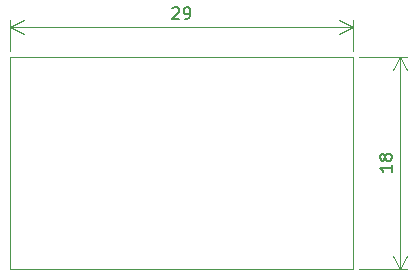
<source format=gbr>
%TF.GenerationSoftware,KiCad,Pcbnew,9.0.0*%
%TF.CreationDate,2025-03-22T17:47:38+01:00*%
%TF.ProjectId,FanControles,46616e43-6f6e-4747-926f-6c65732e6b69,rev?*%
%TF.SameCoordinates,Original*%
%TF.FileFunction,Profile,NP*%
%FSLAX46Y46*%
G04 Gerber Fmt 4.6, Leading zero omitted, Abs format (unit mm)*
G04 Created by KiCad (PCBNEW 9.0.0) date 2025-03-22 17:47:38*
%MOMM*%
%LPD*%
G01*
G04 APERTURE LIST*
%TA.AperFunction,Profile*%
%ADD10C,0.050000*%
%TD*%
%ADD11C,0.150000*%
G04 APERTURE END LIST*
D10*
X162500000Y-94500000D02*
X133500000Y-94500000D01*
X133500000Y-76500000D02*
X162500000Y-76500000D01*
X133500000Y-94500000D02*
X133500000Y-76500000D01*
X162500000Y-76500000D02*
X162500000Y-94500000D01*
D11*
X147238095Y-72400057D02*
X147285714Y-72352438D01*
X147285714Y-72352438D02*
X147380952Y-72304819D01*
X147380952Y-72304819D02*
X147619047Y-72304819D01*
X147619047Y-72304819D02*
X147714285Y-72352438D01*
X147714285Y-72352438D02*
X147761904Y-72400057D01*
X147761904Y-72400057D02*
X147809523Y-72495295D01*
X147809523Y-72495295D02*
X147809523Y-72590533D01*
X147809523Y-72590533D02*
X147761904Y-72733390D01*
X147761904Y-72733390D02*
X147190476Y-73304819D01*
X147190476Y-73304819D02*
X147809523Y-73304819D01*
X148285714Y-73304819D02*
X148476190Y-73304819D01*
X148476190Y-73304819D02*
X148571428Y-73257200D01*
X148571428Y-73257200D02*
X148619047Y-73209580D01*
X148619047Y-73209580D02*
X148714285Y-73066723D01*
X148714285Y-73066723D02*
X148761904Y-72876247D01*
X148761904Y-72876247D02*
X148761904Y-72495295D01*
X148761904Y-72495295D02*
X148714285Y-72400057D01*
X148714285Y-72400057D02*
X148666666Y-72352438D01*
X148666666Y-72352438D02*
X148571428Y-72304819D01*
X148571428Y-72304819D02*
X148380952Y-72304819D01*
X148380952Y-72304819D02*
X148285714Y-72352438D01*
X148285714Y-72352438D02*
X148238095Y-72400057D01*
X148238095Y-72400057D02*
X148190476Y-72495295D01*
X148190476Y-72495295D02*
X148190476Y-72733390D01*
X148190476Y-72733390D02*
X148238095Y-72828628D01*
X148238095Y-72828628D02*
X148285714Y-72876247D01*
X148285714Y-72876247D02*
X148380952Y-72923866D01*
X148380952Y-72923866D02*
X148571428Y-72923866D01*
X148571428Y-72923866D02*
X148666666Y-72876247D01*
X148666666Y-72876247D02*
X148714285Y-72828628D01*
X148714285Y-72828628D02*
X148761904Y-72733390D01*
D10*
X162500000Y-76000000D02*
X162500000Y-73413580D01*
X133500000Y-73413580D02*
X133500000Y-76000000D01*
X162500000Y-74000000D02*
X133500000Y-74000000D01*
X162500000Y-74000000D02*
X133500000Y-74000000D01*
X162500000Y-74000000D02*
X161373496Y-74586421D01*
X162500000Y-74000000D02*
X161373496Y-73413579D01*
X133500000Y-74000000D02*
X134626504Y-73413579D01*
X133500000Y-74000000D02*
X134626504Y-74586421D01*
X162500000Y-74000000D02*
X133500000Y-74000000D01*
X162500000Y-74000000D02*
X133500000Y-74000000D01*
X162500000Y-74000000D02*
X161373496Y-74586421D01*
X162500000Y-74000000D02*
X161373496Y-73413579D01*
X133500000Y-74000000D02*
X134626504Y-73413579D01*
X133500000Y-74000000D02*
X134626504Y-74586421D01*
D11*
X165804819Y-85690476D02*
X165804819Y-86261904D01*
X165804819Y-85976190D02*
X164804819Y-85976190D01*
X164804819Y-85976190D02*
X164947676Y-86071428D01*
X164947676Y-86071428D02*
X165042914Y-86166666D01*
X165042914Y-86166666D02*
X165090533Y-86261904D01*
X165233390Y-85119047D02*
X165185771Y-85214285D01*
X165185771Y-85214285D02*
X165138152Y-85261904D01*
X165138152Y-85261904D02*
X165042914Y-85309523D01*
X165042914Y-85309523D02*
X164995295Y-85309523D01*
X164995295Y-85309523D02*
X164900057Y-85261904D01*
X164900057Y-85261904D02*
X164852438Y-85214285D01*
X164852438Y-85214285D02*
X164804819Y-85119047D01*
X164804819Y-85119047D02*
X164804819Y-84928571D01*
X164804819Y-84928571D02*
X164852438Y-84833333D01*
X164852438Y-84833333D02*
X164900057Y-84785714D01*
X164900057Y-84785714D02*
X164995295Y-84738095D01*
X164995295Y-84738095D02*
X165042914Y-84738095D01*
X165042914Y-84738095D02*
X165138152Y-84785714D01*
X165138152Y-84785714D02*
X165185771Y-84833333D01*
X165185771Y-84833333D02*
X165233390Y-84928571D01*
X165233390Y-84928571D02*
X165233390Y-85119047D01*
X165233390Y-85119047D02*
X165281009Y-85214285D01*
X165281009Y-85214285D02*
X165328628Y-85261904D01*
X165328628Y-85261904D02*
X165423866Y-85309523D01*
X165423866Y-85309523D02*
X165614342Y-85309523D01*
X165614342Y-85309523D02*
X165709580Y-85261904D01*
X165709580Y-85261904D02*
X165757200Y-85214285D01*
X165757200Y-85214285D02*
X165804819Y-85119047D01*
X165804819Y-85119047D02*
X165804819Y-84928571D01*
X165804819Y-84928571D02*
X165757200Y-84833333D01*
X165757200Y-84833333D02*
X165709580Y-84785714D01*
X165709580Y-84785714D02*
X165614342Y-84738095D01*
X165614342Y-84738095D02*
X165423866Y-84738095D01*
X165423866Y-84738095D02*
X165328628Y-84785714D01*
X165328628Y-84785714D02*
X165281009Y-84833333D01*
X165281009Y-84833333D02*
X165233390Y-84928571D01*
D10*
X163000000Y-94500000D02*
X167086420Y-94500000D01*
X167086420Y-76500000D02*
X163000000Y-76500000D01*
X166500000Y-94500000D02*
X166500000Y-76500000D01*
X166500000Y-94500000D02*
X166500000Y-76500000D01*
X166500000Y-94500000D02*
X165913579Y-93373496D01*
X166500000Y-94500000D02*
X167086421Y-93373496D01*
X166500000Y-76500000D02*
X167086421Y-77626504D01*
X166500000Y-76500000D02*
X165913579Y-77626504D01*
X166500000Y-94500000D02*
X166500000Y-76500000D01*
X166500000Y-94500000D02*
X166500000Y-76500000D01*
X166500000Y-94500000D02*
X165913579Y-93373496D01*
X166500000Y-94500000D02*
X167086421Y-93373496D01*
X166500000Y-76500000D02*
X167086421Y-77626504D01*
X166500000Y-76500000D02*
X165913579Y-77626504D01*
M02*

</source>
